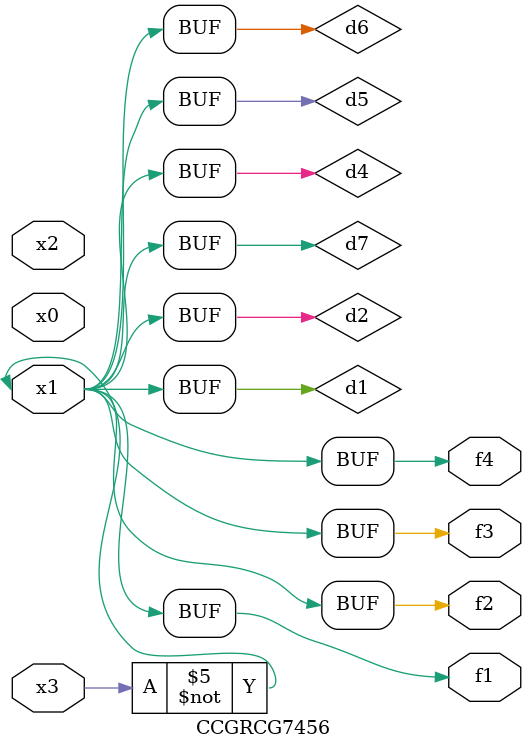
<source format=v>
module CCGRCG7456(
	input x0, x1, x2, x3,
	output f1, f2, f3, f4
);

	wire d1, d2, d3, d4, d5, d6, d7;

	not (d1, x3);
	buf (d2, x1);
	xnor (d3, d1, d2);
	nor (d4, d1);
	buf (d5, d1, d2);
	buf (d6, d4, d5);
	nand (d7, d4);
	assign f1 = d6;
	assign f2 = d7;
	assign f3 = d6;
	assign f4 = d6;
endmodule

</source>
